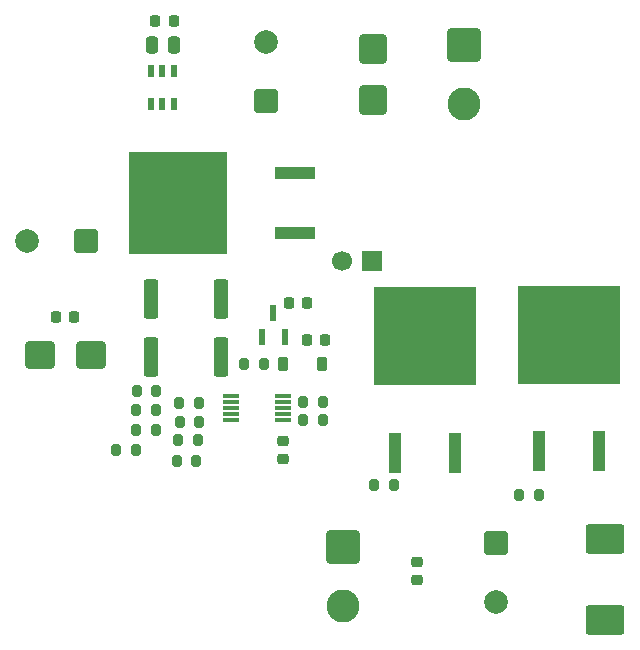
<source format=gbr>
%TF.GenerationSoftware,KiCad,Pcbnew,9.0.6*%
%TF.CreationDate,2026-01-24T10:26:07+01:00*%
%TF.ProjectId,Protection,50726f74-6563-4746-996f-6e2e6b696361,rev?*%
%TF.SameCoordinates,Original*%
%TF.FileFunction,Soldermask,Top*%
%TF.FilePolarity,Negative*%
%FSLAX46Y46*%
G04 Gerber Fmt 4.6, Leading zero omitted, Abs format (unit mm)*
G04 Created by KiCad (PCBNEW 9.0.6) date 2026-01-24 10:26:07*
%MOMM*%
%LPD*%
G01*
G04 APERTURE LIST*
G04 Aperture macros list*
%AMRoundRect*
0 Rectangle with rounded corners*
0 $1 Rounding radius*
0 $2 $3 $4 $5 $6 $7 $8 $9 X,Y pos of 4 corners*
0 Add a 4 corners polygon primitive as box body*
4,1,4,$2,$3,$4,$5,$6,$7,$8,$9,$2,$3,0*
0 Add four circle primitives for the rounded corners*
1,1,$1+$1,$2,$3*
1,1,$1+$1,$4,$5*
1,1,$1+$1,$6,$7*
1,1,$1+$1,$8,$9*
0 Add four rect primitives between the rounded corners*
20,1,$1+$1,$2,$3,$4,$5,0*
20,1,$1+$1,$4,$5,$6,$7,0*
20,1,$1+$1,$6,$7,$8,$9,0*
20,1,$1+$1,$8,$9,$2,$3,0*%
G04 Aperture macros list end*
%ADD10R,0.558800X1.320800*%
%ADD11R,1.371600X0.330200*%
%ADD12R,0.599999X1.000000*%
%ADD13R,1.000000X3.500001*%
%ADD14R,8.650001X8.400002*%
%ADD15R,3.500001X1.000000*%
%ADD16R,8.400002X8.650001*%
%ADD17RoundRect,0.250000X-0.362500X-1.425000X0.362500X-1.425000X0.362500X1.425000X-0.362500X1.425000X0*%
%ADD18RoundRect,0.250000X-0.750000X0.750000X-0.750000X-0.750000X0.750000X-0.750000X0.750000X0.750000X0*%
%ADD19C,2.000000*%
%ADD20RoundRect,0.225000X-0.250000X0.225000X-0.250000X-0.225000X0.250000X-0.225000X0.250000X0.225000X0*%
%ADD21RoundRect,0.200000X0.200000X0.275000X-0.200000X0.275000X-0.200000X-0.275000X0.200000X-0.275000X0*%
%ADD22RoundRect,0.250000X-0.250000X-0.475000X0.250000X-0.475000X0.250000X0.475000X-0.250000X0.475000X0*%
%ADD23RoundRect,0.225000X-0.225000X-0.250000X0.225000X-0.250000X0.225000X0.250000X-0.225000X0.250000X0*%
%ADD24RoundRect,0.250000X0.900000X-1.000000X0.900000X1.000000X-0.900000X1.000000X-0.900000X-1.000000X0*%
%ADD25RoundRect,0.200000X-0.200000X-0.275000X0.200000X-0.275000X0.200000X0.275000X-0.200000X0.275000X0*%
%ADD26RoundRect,0.250000X0.750000X0.750000X-0.750000X0.750000X-0.750000X-0.750000X0.750000X-0.750000X0*%
%ADD27RoundRect,0.225000X0.225000X0.250000X-0.225000X0.250000X-0.225000X-0.250000X0.225000X-0.250000X0*%
%ADD28RoundRect,0.250001X-1.149999X1.149999X-1.149999X-1.149999X1.149999X-1.149999X1.149999X1.149999X0*%
%ADD29C,2.800000*%
%ADD30RoundRect,0.250000X1.000000X0.900000X-1.000000X0.900000X-1.000000X-0.900000X1.000000X-0.900000X0*%
%ADD31RoundRect,0.225000X-0.225000X-0.375000X0.225000X-0.375000X0.225000X0.375000X-0.225000X0.375000X0*%
%ADD32RoundRect,0.250000X0.750000X-0.750000X0.750000X0.750000X-0.750000X0.750000X-0.750000X-0.750000X0*%
%ADD33RoundRect,0.250000X-1.400000X-1.000000X1.400000X-1.000000X1.400000X1.000000X-1.400000X1.000000X0*%
%ADD34R,1.700000X1.700000*%
%ADD35C,1.700000*%
G04 APERTURE END LIST*
D10*
%TO.C,U3*%
X101945000Y-84000000D03*
X103850000Y-84000000D03*
X102897500Y-81968000D03*
%TD*%
D11*
%TO.C,U2*%
X99302900Y-88959999D03*
X99302900Y-89460001D03*
X99302900Y-89960000D03*
X99302900Y-90459999D03*
X99302900Y-90960001D03*
X103697100Y-90960001D03*
X103697100Y-90459999D03*
X103697100Y-89960000D03*
X103697100Y-89460001D03*
X103697100Y-88959999D03*
%TD*%
D12*
%TO.C,U1*%
X94439999Y-61472323D03*
X93489998Y-61472323D03*
X92540000Y-61472323D03*
X92540000Y-64222323D03*
X93489998Y-64222323D03*
X94439999Y-64222323D03*
%TD*%
D13*
%TO.C,Q3*%
X125420000Y-93650000D03*
D14*
X127960000Y-83750000D03*
D13*
X130500000Y-93650000D03*
%TD*%
%TO.C,Q2*%
X113170000Y-93750000D03*
D14*
X115710000Y-83850000D03*
D13*
X118250000Y-93750000D03*
%TD*%
D15*
%TO.C,Q1*%
X104700000Y-70100000D03*
D16*
X94800000Y-72640000D03*
D15*
X104700000Y-75180000D03*
%TD*%
D17*
%TO.C,R9*%
X92575000Y-80750000D03*
X98500000Y-80750000D03*
%TD*%
D18*
%TO.C,C7*%
X121750000Y-101382323D03*
D19*
X121750000Y-106382323D03*
%TD*%
D20*
%TO.C,C8*%
X115040000Y-102975000D03*
X115040000Y-104525000D03*
%TD*%
D21*
%TO.C,R4*%
X91250000Y-93500000D03*
X89600000Y-93500000D03*
%TD*%
D22*
%TO.C,C3*%
X92590000Y-59222323D03*
X94490000Y-59222323D03*
%TD*%
D23*
%TO.C,C9*%
X104225000Y-81100000D03*
X105775000Y-81100000D03*
%TD*%
D21*
%TO.C,R1*%
X92975000Y-88500000D03*
X91325000Y-88500000D03*
%TD*%
%TO.C,R12*%
X125360000Y-97350000D03*
X123710000Y-97350000D03*
%TD*%
D24*
%TO.C,D1*%
X111300000Y-63882323D03*
X111300000Y-59582323D03*
%TD*%
D25*
%TO.C,R2*%
X91300000Y-90100000D03*
X92950000Y-90100000D03*
%TD*%
D26*
%TO.C,C4*%
X87040000Y-75850000D03*
D19*
X82040000Y-75850000D03*
%TD*%
D27*
%TO.C,C5*%
X86025000Y-82250000D03*
X84475000Y-82250000D03*
%TD*%
D28*
%TO.C,J1*%
X119000000Y-59250000D03*
D29*
X119000000Y-64250000D03*
%TD*%
D25*
%TO.C,R15*%
X100425000Y-86250000D03*
X102075000Y-86250000D03*
%TD*%
D27*
%TO.C,C10*%
X107275000Y-84250000D03*
X105725000Y-84250000D03*
%TD*%
D21*
%TO.C,R11*%
X113075000Y-96500000D03*
X111425000Y-96500000D03*
%TD*%
D17*
%TO.C,R10*%
X92575000Y-85660000D03*
X98500000Y-85660000D03*
%TD*%
D30*
%TO.C,D2*%
X87450000Y-85500000D03*
X83150000Y-85500000D03*
%TD*%
D21*
%TO.C,R7*%
X96500000Y-92700000D03*
X94850000Y-92700000D03*
%TD*%
D31*
%TO.C,D4*%
X103700000Y-86250000D03*
X107000000Y-86250000D03*
%TD*%
D25*
%TO.C,R8*%
X94700000Y-94450000D03*
X96350000Y-94450000D03*
%TD*%
D32*
%TO.C,C1*%
X102300000Y-64000000D03*
D19*
X102300000Y-59000000D03*
%TD*%
D25*
%TO.C,R14*%
X105425000Y-89500000D03*
X107075000Y-89500000D03*
%TD*%
D28*
%TO.C,J3*%
X108750000Y-101750000D03*
D29*
X108750000Y-106750000D03*
%TD*%
D25*
%TO.C,R6*%
X94950000Y-91150000D03*
X96600000Y-91150000D03*
%TD*%
D33*
%TO.C,D3*%
X131000000Y-101100000D03*
X131000000Y-107900000D03*
%TD*%
D25*
%TO.C,R13*%
X105425000Y-91000000D03*
X107075000Y-91000000D03*
%TD*%
D21*
%TO.C,R5*%
X96575000Y-89550000D03*
X94925000Y-89550000D03*
%TD*%
D27*
%TO.C,C2*%
X94447323Y-57222323D03*
X92897323Y-57222323D03*
%TD*%
D20*
%TO.C,C6*%
X103750000Y-92725000D03*
X103750000Y-94275000D03*
%TD*%
D34*
%TO.C,J2*%
X111240000Y-77500000D03*
D35*
X108700000Y-77500000D03*
%TD*%
D21*
%TO.C,R3*%
X92950000Y-91850000D03*
X91300000Y-91850000D03*
%TD*%
M02*

</source>
